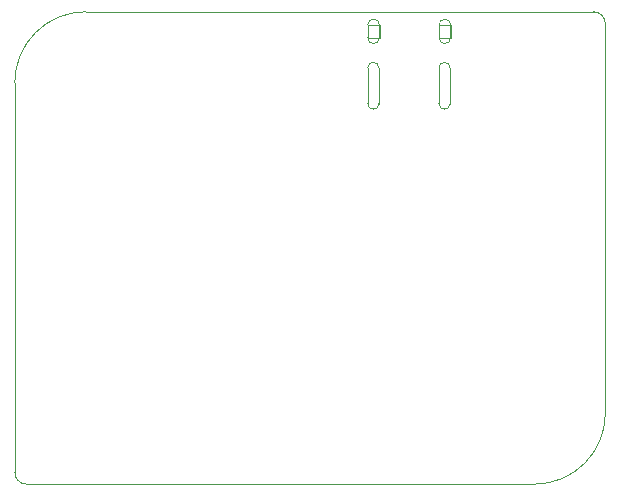
<source format=gbr>
G04 --- HEADER BEGIN --- *
%TF.GenerationSoftware,LibrePCB,LibrePCB,0.1.4*%
%TF.CreationDate,2020-08-29T22:21:27*%
%TF.ProjectId,Sensilo - default,d394d563-925a-41f4-bd4a-babca7d43e4c,v1*%
%TF.Part,Single*%
%FSLAX66Y66*%
%MOMM*%
G01*
G74*
G04 --- HEADER END --- *
G04 --- APERTURE LIST BEGIN --- *
%ADD10C,0.001*%
G04 --- APERTURE LIST END --- *
G04 --- BOARD BEGIN --- *
D10*
X29876250Y35242500D02*
X29876250Y32226250D01*
G75*
G03*
X30828750Y32226250I476250J0D01*
G01*
X30828750Y35242500D01*
G03*
X29876250Y35242500I-476250J0D01*
G01*
X35912500Y38870000D02*
X35912500Y37810000D01*
G03*
X36912500Y37810000I500000J0D01*
G01*
X36912500Y38870000D01*
G03*
X35912500Y38870000I-500000J0D01*
G01*
X29876250Y38893750D02*
X29876250Y38893750D01*
X30828750Y38893750D01*
X30828750Y37782500D01*
X29876250Y37782500D01*
X29876250Y38893750D01*
X35908750Y35242500D02*
X35908750Y32226250D01*
G03*
X36861250Y32226250I476250J0D01*
G01*
X36861250Y35242500D01*
G03*
X35908750Y35242500I-476250J0D01*
G01*
X29880000Y38870000D02*
X29880000Y37810000D01*
G03*
X30880000Y37810000I500000J0D01*
G01*
X30880000Y38870000D01*
G03*
X29880000Y38870000I-500000J0D01*
G01*
X35908750Y38893750D02*
X35908750Y38893750D01*
X36861250Y38893750D01*
X36861250Y37782500D01*
X35908750Y37782500D01*
X35908750Y38893750D01*
X6000000Y40000000D02*
G03*
X0Y34000000I0J-6000000D01*
G01*
X0Y1000000D01*
G03*
X1000000Y0I1000000J0D01*
G01*
X44000000Y0D01*
G03*
X50000000Y6000000I0J6000000D01*
G01*
X50000000Y39000000D01*
G03*
X49000000Y40000000I-1000000J0D01*
G01*
X6000000Y40000000D01*
G04 --- BOARD END --- *
%TF.MD5,f9d337ea24a667407be9ea94b34d52bb*%
M02*

</source>
